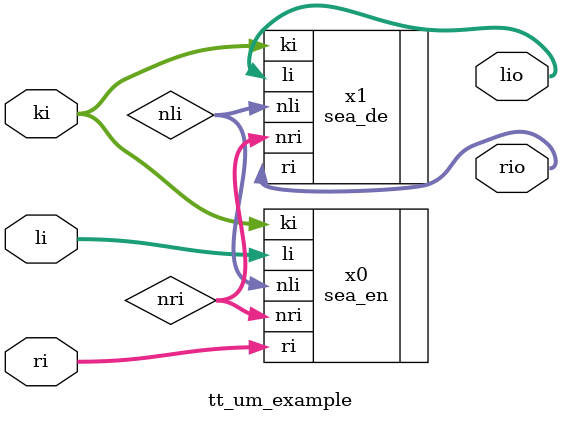
<source format=v>
/*
 * Copyright (c) 2024 Your Name
 * SPDX-License-Identifier: Apache-2.0
 */

`timescale 1ns / 1ps
`include "sea_en.v"
`include "sea_de.v"
`include "sbox.v"
module  tt_um_example( li, ri, ki, lio, rio );
    input [47:0]  li ;
    input [47:0]  ri ;
    input [47:0]  ki ;
    output [47:0]  lio ;
    output [47:0]  rio ;


    wire [47:0] nli;
    wire [47:0] nri;
    wire [47:0] lio;
    wire [47:0] rio;


    
   sea_en x0(.li(li), .ri(ri), .ki(ki), .nli(nli), .nri(nri));
   
   sea_de x1(.nli(nli), .nri(nri), .ki(ki), .li(lio), .ri(rio));
    

endmodule

</source>
